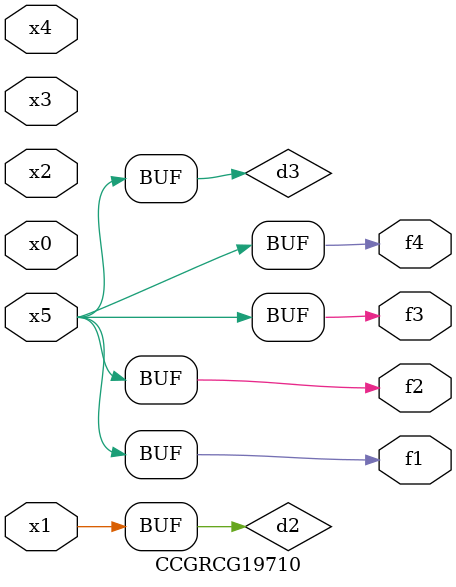
<source format=v>
module CCGRCG19710(
	input x0, x1, x2, x3, x4, x5,
	output f1, f2, f3, f4
);

	wire d1, d2, d3;

	not (d1, x5);
	or (d2, x1);
	xnor (d3, d1);
	assign f1 = d3;
	assign f2 = d3;
	assign f3 = d3;
	assign f4 = d3;
endmodule

</source>
